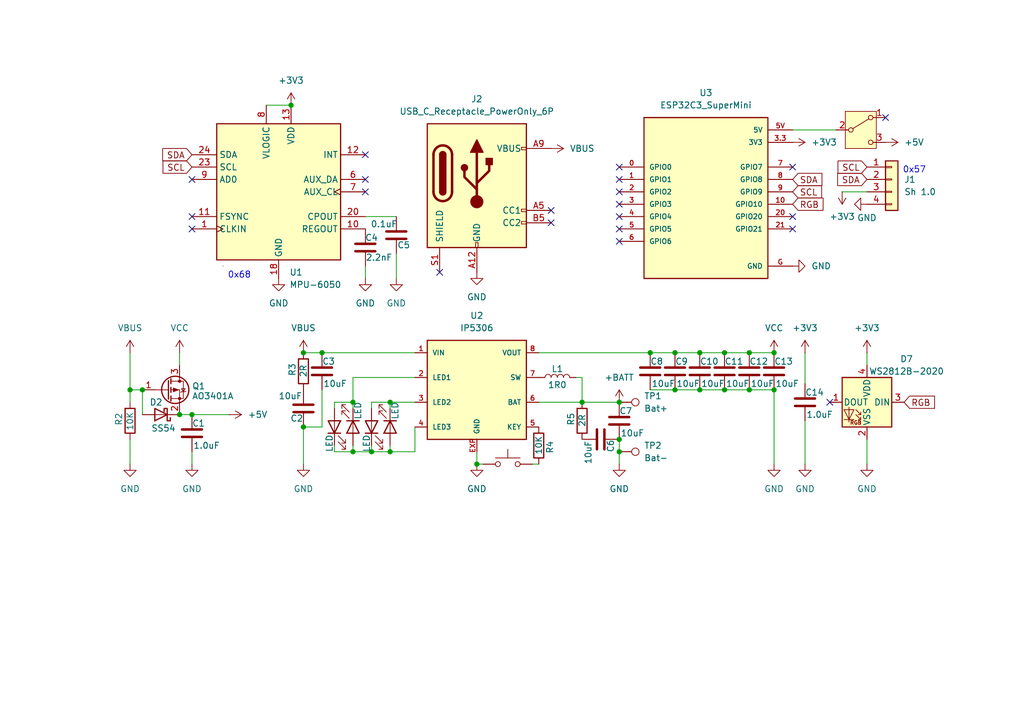
<source format=kicad_sch>
(kicad_sch (version 20231120) (generator "eeschema") (generator_version "8.0")
  (paper "A5")
  (lib_symbols
    (symbol "Connector:TestPoint" (pin_numbers hide) (pin_names (offset 0.762) hide)
      (property "Reference" "TP" (at 0 6.858 0))
      (property "Value" "TestPoint" (at 0 5.08 0))
      (symbol "TestPoint_0_1"
        (circle (center 0 3.302) (radius 0.762))
      )
      (symbol "TestPoint_1_1"
        (pin passive line (at 0 0 90) (length 2.54) (name "1") (number "1"))
      )
    )
    (symbol "Connector:USB_C_Receptacle_PowerOnly_6P" (pin_names (offset 1.016))
      (property "Reference" "J" (at 0 16.51 0))
      (property "Value" "USB_C_Receptacle_PowerOnly_6P" (at 0 13.97 0))
      (symbol "USB_C_Receptacle_PowerOnly_6P_0_0"
        (rectangle (start -0.254 -12.7) (end 0.254 -11.684))
        (rectangle (start 10.16 -7.366) (end 9.144 -7.874))
        (rectangle (start 10.16 -4.826) (end 9.144 -5.334))
        (rectangle (start 10.16 7.874) (end 9.144 7.366))
      )
      (symbol "USB_C_Receptacle_PowerOnly_6P_0_1"
        (rectangle (start -10.16 12.7) (end 10.16 -12.7) (stroke (width 0.254)) (fill (type background)))
        (arc (start -8.89 -1.27) (mid -6.985 -3.1667) (end -5.08 -1.27) (stroke (width 0.508)))
        (arc (start -7.62 -1.27) (mid -6.985 -1.9023) (end -6.35 -1.27) (stroke (width 0.254)))
        (arc (start -7.62 -1.27) (mid -6.985 -1.9023) (end -6.35 -1.27) (stroke (width 0.254)) (fill (type outline)))
        (rectangle (start -7.62 -1.27) (end -6.35 6.35) (stroke (width 0.254)) (fill (type outline)))
        (arc (start -6.35 6.35) (mid -6.985 6.9823) (end -7.62 6.35) (stroke (width 0.254)))
        (arc (start -6.35 6.35) (mid -6.985 6.9823) (end -7.62 6.35) (stroke (width 0.254)) (fill (type outline)))
        (arc (start -5.08 6.35) (mid -6.985 8.2467) (end -8.89 6.35) (stroke (width 0.508)))
        (circle (center -2.54 3.683) (radius 0.635) (stroke (width 0.254)) (fill (type outline)))
        (circle (center 0 -3.302) (radius 1.27) (fill (type outline)))
        (polyline (pts (xy -8.89 -1.27) (xy -8.89 6.35)) (stroke (width 0.508)))
        (polyline (pts (xy -5.08 6.35) (xy -5.08 -1.27)) (stroke (width 0.508)))
        (polyline (pts (xy 0 -3.302) (xy 0 6.858)) (stroke (width 0.508)))
        (polyline (pts (xy 0 -0.762) (xy -2.54 1.778) (xy -2.54 3.048)) (stroke (width 0.508)))
        (polyline (pts (xy 0 0.508) (xy 2.54 3.048) (xy 2.54 4.318)) (stroke (width 0.508)))
        (polyline (pts (xy -1.27 6.858) (xy 0 9.398) (xy 1.27 6.858) (xy -1.27 6.858)) (stroke (width 0.254)) (fill (type outline)))
        (rectangle (start 1.905 4.318) (end 3.175 5.588) (stroke (width 0.254)) (fill (type outline)))
      )
      (symbol "USB_C_Receptacle_PowerOnly_6P_1_1"
        (pin passive line (at 0 -17.78 90) (length 5.08) (name "GND") (number "A12"))
        (pin bidirectional line (at 15.24 -5.08 180) (length 5.08) (name "CC1") (number "A5"))
        (pin passive line (at 15.24 7.62 180) (length 5.08) (name "VBUS") (number "A9"))
        (pin passive line (at 0 -17.78 90) (length 5.08) hide (name "GND") (number "B12"))
        (pin bidirectional line (at 15.24 -7.62 180) (length 5.08) (name "CC2") (number "B5"))
        (pin passive line (at 15.24 7.62 180) (length 5.08) hide (name "VBUS") (number "B9"))
        (pin passive line (at -7.62 -17.78 90) (length 5.08) (name "SHIELD") (number "S1"))
      )
    )
    (symbol "Connector_Generic:Conn_01x04" (pin_names (offset 1.016) hide)
      (property "Reference" "J" (at 0 5.08 0))
      (property "Value" "Conn_01x04" (at 0 -7.62 0))
      (symbol "Conn_01x04_1_1"
        (rectangle (start -1.27 -4.953) (end 0 -5.207) (stroke (width 0.1524)))
        (rectangle (start -1.27 -2.413) (end 0 -2.667) (stroke (width 0.1524)))
        (rectangle (start -1.27 0.127) (end 0 -0.127) (stroke (width 0.1524)))
        (rectangle (start -1.27 2.667) (end 0 2.413) (stroke (width 0.1524)))
        (rectangle (start -1.27 3.81) (end 1.27 -6.35) (stroke (width 0.254)) (fill (type background)))
        (pin passive line (at -5.08 2.54 0) (length 3.81) (name "Pin_1") (number "1"))
        (pin passive line (at -5.08 0 0) (length 3.81) (name "Pin_2") (number "2"))
        (pin passive line (at -5.08 -2.54 0) (length 3.81) (name "Pin_3") (number "3"))
        (pin passive line (at -5.08 -5.08 0) (length 3.81) (name "Pin_4") (number "4"))
      )
    )
    (symbol "Custom:ESP32C3_SuperMini" (pin_names (offset 1.016))
      (property "Reference" "U" (at -12.7 16.002 0))
      (property "Value" "ESP32C3_SuperMini" (at -9.652 -20.32 0))
      (symbol "ESP32C3_SuperMini_0_0"
        (rectangle (start -12.7 -17.78) (end 12.7 15.24) (stroke (width 0.254)) (fill (type background)))
        (pin bidirectional line (at -17.78 5.08 0) (length 5.08) (name "GPIO0") (number "0"))
        (pin bidirectional line (at -17.78 2.54 0) (length 5.08) (name "GPIO1") (number "1"))
        (pin bidirectional line (at 17.78 -2.54 180) (length 5.08) (name "GPIO10") (number "10"))
        (pin bidirectional line (at -17.78 0 0) (length 5.08) (name "GPIO2") (number "2"))
        (pin bidirectional line (at 17.78 -5.08 180) (length 5.08) (name "GPIO20") (number "20"))
        (pin bidirectional line (at 17.78 -7.62 180) (length 5.08) (name "GPIO21") (number "21"))
        (pin bidirectional line (at -17.78 -2.54 0) (length 5.08) (name "GPIO3") (number "3"))
        (pin power_in line (at 17.78 10.16 180) (length 5.08) (name "3V3") (number "3.3"))
        (pin bidirectional line (at -17.78 -5.08 0) (length 5.08) (name "GPIO4") (number "4"))
        (pin bidirectional line (at -17.78 -7.62 0) (length 5.08) (name "GPIO5") (number "5"))
        (pin power_in line (at 17.78 12.7 180) (length 5.08) (name "5V") (number "5V"))
        (pin bidirectional line (at -17.78 -10.16 0) (length 5.08) (name "GPIO6") (number "6"))
        (pin bidirectional line (at 17.78 5.08 180) (length 5.08) (name "GPIO7") (number "7"))
        (pin bidirectional line (at 17.78 2.54 180) (length 5.08) (name "GPIO8") (number "8"))
        (pin bidirectional line (at 17.78 0 180) (length 5.08) (name "GPIO9") (number "9"))
        (pin power_in line (at 17.78 -15.24 180) (length 5.08) (name "GND") (number "G"))
      )
    )
    (symbol "Custom:IP5306" (pin_names (offset 1.016))
      (property "Reference" "U" (at -10.16 10.922 0))
      (property "Value" "IP5306" (at 2.54 -12.7 0))
      (symbol "IP5306_0_0"
        (rectangle (start -10.16 -10.16) (end 10.16 10.16) (stroke (width 0.254)) (fill (type background)))
        (pin bidirectional line (at -12.7 7.62 0) (length 2.54) (name "VIN") (number "1"))
        (pin bidirectional line (at -12.7 2.54 0) (length 2.54) (name "LED1") (number "2"))
        (pin bidirectional line (at -12.7 -2.54 0) (length 2.54) (name "LED2") (number "3"))
        (pin bidirectional line (at -12.7 -7.62 0) (length 2.54) (name "LED3") (number "4"))
        (pin bidirectional line (at 12.7 -7.62 180) (length 2.54) (name "KEY") (number "5"))
        (pin bidirectional line (at 12.7 -2.54 180) (length 2.54) (name "BAT") (number "6"))
        (pin bidirectional line (at 12.7 2.54 180) (length 2.54) (name "SW") (number "7"))
        (pin bidirectional line (at 12.7 7.62 180) (length 2.54) (name "VOUT") (number "8"))
        (pin bidirectional line (at 0 -12.7 90) (length 2.54) (name "GND") (number "EXP"))
      )
    )
    (symbol "Device:C" (pin_numbers hide) (pin_names (offset 0.254))
      (property "Reference" "C" (at 0.635 2.54 0))
      (property "Value" "C" (at 0.635 -2.54 0))
      (symbol "C_0_1"
        (polyline (pts (xy -2.032 -0.762) (xy 2.032 -0.762)) (stroke (width 0.508)))
        (polyline (pts (xy -2.032 0.762) (xy 2.032 0.762)) (stroke (width 0.508)))
      )
      (symbol "C_1_1"
        (pin passive line (at 0 3.81 270) (length 2.794) (name "~") (number "1"))
        (pin passive line (at 0 -3.81 90) (length 2.794) (name "~") (number "2"))
      )
    )
    (symbol "Device:L" (pin_numbers hide) (pin_names (offset 1.016) hide)
      (property "Reference" "L" (at -1.27 0 90))
      (property "Value" "L" (at 1.905 0 90))
      (symbol "L_0_1"
        (arc (start 0 -2.54) (mid 0.6323 -1.905) (end 0 -1.27))
        (arc (start 0 -1.27) (mid 0.6323 -0.635) (end 0 0))
        (arc (start 0 0) (mid 0.6323 0.635) (end 0 1.27))
        (arc (start 0 1.27) (mid 0.6323 1.905) (end 0 2.54))
      )
      (symbol "L_1_1"
        (pin passive line (at 0 3.81 270) (length 1.27) (name "1") (number "1"))
        (pin passive line (at 0 -3.81 90) (length 1.27) (name "2") (number "2"))
      )
    )
    (symbol "Device:LED" (pin_numbers hide) (pin_names (offset 1.016) hide)
      (property "Reference" "D" (at 0 2.54 0))
      (property "Value" "LED" (at 0 -2.54 0))
      (symbol "LED_0_1"
        (polyline (pts (xy -1.27 -1.27) (xy -1.27 1.27)) (stroke (width 0.254)))
        (polyline (pts (xy -1.27 0) (xy 1.27 0)))
        (polyline (pts (xy 1.27 -1.27) (xy 1.27 1.27) (xy -1.27 0) (xy 1.27 -1.27)) (stroke (width 0.254)))
        (polyline (pts (xy -3.048 -0.762) (xy -4.572 -2.286) (xy -3.81 -2.286) (xy -4.572 -2.286) (xy -4.572 -1.524)))
        (polyline (pts (xy -1.778 -0.762) (xy -3.302 -2.286) (xy -2.54 -2.286) (xy -3.302 -2.286) (xy -3.302 -1.524)))
      )
      (symbol "LED_1_1"
        (pin passive line (at -3.81 0 0) (length 2.54) (name "K") (number "1"))
        (pin passive line (at 3.81 0 180) (length 2.54) (name "A") (number "2"))
      )
    )
    (symbol "Device:R" (pin_numbers hide) (pin_names (offset 0))
      (property "Reference" "R" (at 2.032 0 90))
      (property "Value" "R" (at 0 0 90))
      (symbol "R_0_1"
        (rectangle (start -1.016 -2.54) (end 1.016 2.54) (stroke (width 0.254)))
      )
      (symbol "R_1_1"
        (pin passive line (at 0 3.81 270) (length 1.27) (name "~") (number "1"))
        (pin passive line (at 0 -3.81 90) (length 1.27) (name "~") (number "2"))
      )
    )
    (symbol "Diode:SS34" (pin_numbers hide) (pin_names (offset 1.016) hide)
      (property "Reference" "D" (at 0 2.54 0))
      (property "Value" "SS34" (at 0 -2.54 0))
      (symbol "SS34_0_1"
        (polyline (pts (xy 1.27 0) (xy -1.27 0)))
        (polyline (pts (xy 1.27 1.27) (xy 1.27 -1.27) (xy -1.27 0) (xy 1.27 1.27)) (stroke (width 0.254)))
        (polyline (pts (xy -1.905 0.635) (xy -1.905 1.27) (xy -1.27 1.27) (xy -1.27 -1.27) (xy -0.635 -1.27) (xy -0.635 -0.635)) (stroke (width 0.254)))
      )
      (symbol "SS34_1_1"
        (pin passive line (at -3.81 0 0) (length 2.54) (name "K") (number "1"))
        (pin passive line (at 3.81 0 180) (length 2.54) (name "A") (number "2"))
      )
    )
    (symbol "LED:WS2812B-2020" (pin_names (offset 0.254))
      (property "Reference" "D" (at 5.08 5.715 0))
      (property "Value" "WS2812B-2020" (at 1.27 -5.715 0))
      (symbol "WS2812B-2020_0_0"
        (text "RGB" (at 2.286 -4.191 0) (effects (font (size 0.762 0.762))))
      )
      (symbol "WS2812B-2020_0_1"
        (polyline (pts (xy 1.27 -3.556) (xy 1.778 -3.556)))
        (polyline (pts (xy 1.27 -2.54) (xy 1.778 -2.54)))
        (polyline (pts (xy 4.699 -3.556) (xy 2.667 -3.556)))
        (polyline (pts (xy 2.286 -2.54) (xy 1.27 -3.556) (xy 1.27 -3.048)))
        (polyline (pts (xy 2.286 -1.524) (xy 1.27 -2.54) (xy 1.27 -2.032)))
        (polyline (pts (xy 3.683 -1.016) (xy 3.683 -3.556) (xy 3.683 -4.064)))
        (polyline (pts (xy 4.699 -1.524) (xy 2.667 -1.524) (xy 3.683 -3.556) (xy 4.699 -1.524)))
        (rectangle (start 5.08 5.08) (end -5.08 -5.08) (stroke (width 0.254)) (fill (type background)))
      )
      (symbol "WS2812B-2020_1_1"
        (pin output line (at 7.62 0 180) (length 2.54) (name "DOUT") (number "1"))
        (pin power_in line (at 0 -7.62 90) (length 2.54) (name "VSS") (number "2"))
        (pin input line (at -7.62 0 0) (length 2.54) (name "DIN") (number "3"))
        (pin power_in line (at 0 7.62 270) (length 2.54) (name "VDD") (number "4"))
      )
    )
    (symbol "Sensor_Motion:MPU-6050"
      (property "Reference" "U" (at -11.43 13.97 0))
      (property "Value" "MPU-6050" (at 7.62 -15.24 0))
      (symbol "MPU-6050_0_0"
        (text "" (at 12.7 -2.54 0) (effects (font (size 1.27 1.27))))
      )
      (symbol "MPU-6050_0_1"
        (rectangle (start -12.7 13.97) (end 12.7 -13.97) (stroke (width 0.254)) (fill (type background)))
      )
      (symbol "MPU-6050_1_1"
        (pin input clock (at -17.78 -7.62 0) (length 5.08) (name "CLKIN") (number "1"))
        (pin passive line (at 17.78 -7.62 180) (length 5.08) (name "REGOUT") (number "10"))
        (pin input line (at -17.78 -5.08 0) (length 5.08) (name "FSYNC") (number "11"))
        (pin output line (at 17.78 7.62 180) (length 5.08) (name "INT") (number "12"))
        (pin power_in line (at 2.54 17.78 270) (length 3.81) (name "VDD") (number "13"))
        (pin no_connect line (at -12.7 -10.16 0) (length 2.54) hide (name "NC") (number "14"))
        (pin no_connect line (at 12.7 12.7 180) (length 2.54) hide (name "NC") (number "15"))
        (pin no_connect line (at 12.7 10.16 180) (length 2.54) hide (name "NC") (number "16"))
        (pin no_connect line (at 12.7 5.08 180) (length 2.54) hide (name "NC") (number "17"))
        (pin power_in line (at 0 -17.78 90) (length 3.81) (name "GND") (number "18"))
        (pin no_connect line (at 12.7 -10.16 180) (length 2.54) hide (name "RESV") (number "19"))
        (pin no_connect line (at -12.7 12.7 0) (length 2.54) hide (name "NC") (number "2"))
        (pin passive line (at 17.78 -5.08 180) (length 5.08) (name "CPOUT") (number "20"))
        (pin no_connect line (at 12.7 -2.54 180) (length 2.54) hide (name "RESV") (number "21"))
        (pin no_connect line (at 12.7 -12.7 180) (length 2.54) hide (name "RESV") (number "22"))
        (pin input line (at -17.78 5.08 0) (length 5.08) (name "SCL") (number "23"))
        (pin bidirectional line (at -17.78 7.62 0) (length 5.08) (name "SDA") (number "24"))
        (pin no_connect line (at -12.7 10.16 0) (length 2.54) hide (name "NC") (number "3"))
        (pin no_connect line (at -12.7 0 0) (length 2.54) hide (name "NC") (number "4"))
        (pin no_connect line (at -12.7 -2.54 0) (length 2.54) hide (name "NC") (number "5"))
        (pin bidirectional line (at 17.78 2.54 180) (length 5.08) (name "AUX_DA") (number "6"))
        (pin output clock (at 17.78 0 180) (length 5.08) (name "AUX_CL") (number "7"))
        (pin power_in line (at -2.54 17.78 270) (length 3.81) (name "VLOGIC") (number "8"))
        (pin input line (at -17.78 2.54 0) (length 5.08) (name "AD0") (number "9"))
      )
    )
    (symbol "Switch:SW_Push" (pin_numbers hide) (pin_names (offset 1.016) hide)
      (property "Reference" "SW" (at 1.27 2.54 0))
      (property "Value" "SW_Push" (at 0 -1.524 0))
      (symbol "SW_Push_0_1"
        (circle (center -2.032 0) (radius 0.508))
        (polyline (pts (xy 0 1.27) (xy 0 3.048)))
        (polyline (pts (xy 2.54 1.27) (xy -2.54 1.27)))
        (circle (center 2.032 0) (radius 0.508))
        (pin passive line (at -5.08 0 0) (length 2.54) (name "1") (number "1"))
        (pin passive line (at 5.08 0 180) (length 2.54) (name "2") (number "2"))
      )
    )
    (symbol "Switch:SW_SPDT" (pin_names (offset 0) hide)
      (property "Reference" "SW" (at 0 5.08 0))
      (property "Value" "SW_SPDT" (at 0 -5.08 0))
      (symbol "SW_SPDT_0_1"
        (circle (center -2.032 0) (radius 0.4572))
        (polyline (pts (xy -1.651 0.254) (xy 1.651 2.286)))
        (circle (center 2.032 -2.54) (radius 0.4572))
        (circle (center 2.032 2.54) (radius 0.4572))
      )
      (symbol "SW_SPDT_1_1"
        (rectangle (start -3.175 3.81) (end 3.175 -3.81) (fill (type background)))
        (pin passive line (at 5.08 2.54 180) (length 2.54) (name "A") (number "1"))
        (pin passive line (at -5.08 0 0) (length 2.54) (name "B") (number "2"))
        (pin passive line (at 5.08 -2.54 180) (length 2.54) (name "C") (number "3"))
      )
    )
    (symbol "Transistor_FET:AO3401A" (pin_names hide)
      (property "Reference" "Q" (at 5.08 1.905 0))
      (property "Value" "AO3401A" (at 5.08 0 0))
      (symbol "AO3401A_0_1"
        (polyline (pts (xy 0.254 0) (xy -2.54 0)))
        (polyline (pts (xy 0.254 1.905) (xy 0.254 -1.905)) (stroke (width 0.254)))
        (polyline (pts (xy 0.762 -1.27) (xy 0.762 -2.286)) (stroke (width 0.254)))
        (polyline (pts (xy 0.762 0.508) (xy 0.762 -0.508)) (stroke (width 0.254)))
        (polyline (pts (xy 0.762 2.286) (xy 0.762 1.27)) (stroke (width 0.254)))
        (polyline (pts (xy 2.54 2.54) (xy 2.54 1.778)))
        (polyline (pts (xy 2.54 -2.54) (xy 2.54 0) (xy 0.762 0)))
        (polyline (pts (xy 0.762 1.778) (xy 3.302 1.778) (xy 3.302 -1.778) (xy 0.762 -1.778)))
        (polyline (pts (xy 2.286 0) (xy 1.27 0.381) (xy 1.27 -0.381) (xy 2.286 0)) (fill (type outline)))
        (polyline (pts (xy 2.794 -0.508) (xy 2.921 -0.381) (xy 3.683 -0.381) (xy 3.81 -0.254)))
        (polyline (pts (xy 3.302 -0.381) (xy 2.921 0.254) (xy 3.683 0.254) (xy 3.302 -0.381)))
        (circle (center 1.651 0) (radius 2.794) (stroke (width 0.254)))
        (circle (center 2.54 -1.778) (radius 0.254) (fill (type outline)))
        (circle (center 2.54 1.778) (radius 0.254) (fill (type outline)))
      )
      (symbol "AO3401A_1_1"
        (pin input line (at -5.08 0 0) (length 2.54) (name "G") (number "1"))
        (pin passive line (at 2.54 -5.08 90) (length 2.54) (name "S") (number "2"))
        (pin passive line (at 2.54 5.08 270) (length 2.54) (name "D") (number "3"))
      )
    )
    (symbol "power:+3V3" (power) (pin_numbers hide) (pin_names (offset 0) hide)
      (property "Value" "+3V3" (at 0 3.556 0))
      (symbol "+3V3_0_1"
        (polyline (pts (xy -0.762 1.27) (xy 0 2.54)))
        (polyline (pts (xy 0 0) (xy 0 2.54)))
        (polyline (pts (xy 0 2.54) (xy 0.762 1.27)))
      )
      (symbol "+3V3_1_1"
        (pin power_in line (at 0 0 90) (length 0) (name "~") (number "1"))
      )
    )
    (symbol "power:+5V" (power) (pin_numbers hide) (pin_names (offset 0) hide)
      (property "Value" "+5V" (at 0 3.556 0))
      (symbol "+5V_0_1"
        (polyline (pts (xy -0.762 1.27) (xy 0 2.54)))
        (polyline (pts (xy 0 0) (xy 0 2.54)))
        (polyline (pts (xy 0 2.54) (xy 0.762 1.27)))
      )
      (symbol "+5V_1_1"
        (pin power_in line (at 0 0 90) (length 0) (name "~") (number "1"))
      )
    )
    (symbol "power:+BATT" (power) (pin_numbers hide) (pin_names (offset 0) hide)
      (property "Value" "+BATT" (at 0 3.556 0))
      (symbol "+BATT_0_1"
        (polyline (pts (xy -0.762 1.27) (xy 0 2.54)))
        (polyline (pts (xy 0 0) (xy 0 2.54)))
        (polyline (pts (xy 0 2.54) (xy 0.762 1.27)))
      )
      (symbol "+BATT_1_1"
        (pin power_in line (at 0 0 90) (length 0) (name "~") (number "1"))
      )
    )
    (symbol "power:GND" (power) (pin_numbers hide) (pin_names (offset 0) hide)
      (property "Value" "GND" (at 0 -3.81 0))
      (symbol "GND_0_1"
        (polyline (pts (xy 0 0) (xy 0 -1.27) (xy 1.27 -1.27) (xy 0 -2.54) (xy -1.27 -1.27) (xy 0 -1.27)))
      )
      (symbol "GND_1_1"
        (pin power_in line (at 0 0 270) (length 0) (name "~") (number "1"))
      )
    )
    (symbol "power:VBUS" (power) (pin_numbers hide) (pin_names (offset 0) hide)
      (property "Value" "VBUS" (at 0 3.556 0))
      (symbol "VBUS_0_1"
        (polyline (pts (xy -0.762 1.27) (xy 0 2.54)))
        (polyline (pts (xy 0 0) (xy 0 2.54)))
        (polyline (pts (xy 0 2.54) (xy 0.762 1.27)))
      )
      (symbol "VBUS_1_1"
        (pin power_in line (at 0 0 90) (length 0) (name "~") (number "1"))
      )
    )
    (symbol "power:VCC" (power) (pin_numbers hide) (pin_names (offset 0) hide)
      (property "Value" "VCC" (at 0 3.556 0))
      (symbol "VCC_0_1"
        (polyline (pts (xy -0.762 1.27) (xy 0 2.54)))
        (polyline (pts (xy 0 0) (xy 0 2.54)))
        (polyline (pts (xy 0 2.54) (xy 0.762 1.27)))
      )
      (symbol "VCC_1_1"
        (pin power_in line (at 0 0 90) (length 0) (name "~") (number "1"))
      )
    )
  )
  (junction (at 76.2 92.71))
  (junction (at 127 92.71))
  (junction (at 66.04 72.39))
  (junction (at 153.67 80.01))
  (junction (at 158.75 80.01))
  (junction (at 119.38 82.55))
  (junction (at 36.83 85.09))
  (junction (at 72.39 82.55))
  (junction (at 158.75 72.39))
  (junction (at 39.37 85.09))
  (junction (at 80.01 92.71))
  (junction (at 148.59 80.01))
  (junction (at 59.69 21.59))
  (junction (at 143.51 72.39))
  (junction (at 62.23 72.39))
  (junction (at 127 90.17))
  (junction (at 72.39 92.71))
  (junction (at 138.43 72.39))
  (junction (at 133.35 72.39))
  (junction (at 80.01 82.55))
  (junction (at 127 82.55))
  (junction (at 138.43 80.01))
  (junction (at 143.51 80.01))
  (junction (at 153.67 72.39))
  (junction (at 97.79 95.25))
  (junction (at 26.67 80.01))
  (junction (at 148.59 72.39))
  (junction (at 62.23 87.63))
  (junction (at 29.21 80.01))
  (no_connect (at 127 46.99))
  (no_connect (at 162.56 46.99))
  (no_connect (at 39.37 44.45))
  (no_connect (at 74.93 31.75))
  (no_connect (at 74.93 36.83))
  (no_connect (at 181.61 24.13))
  (no_connect (at 127 34.29))
  (no_connect (at 127 36.83))
  (no_connect (at 39.37 36.83))
  (no_connect (at 162.56 44.45))
  (no_connect (at 162.56 34.29))
  (no_connect (at 90.17 55.88))
  (no_connect (at 113.03 43.18))
  (no_connect (at 170.18 82.55))
  (no_connect (at 127 44.45))
  (no_connect (at 127 49.53))
  (no_connect (at 127 39.37))
  (no_connect (at 113.03 45.72))
  (no_connect (at 127 41.91))
  (no_connect (at 39.37 46.99))
  (no_connect (at 74.93 39.37))
  (wire (pts (xy 68.58 92.71) (xy 72.39 92.71)))
  (wire (pts (xy 148.59 80.01) (xy 153.67 80.01)))
  (wire (pts (xy 26.67 72.39) (xy 26.67 80.01)))
  (wire (pts (xy 76.2 83.82) (xy 76.2 82.55)))
  (wire (pts (xy 76.2 82.55) (xy 80.01 82.55)))
  (wire (pts (xy 29.21 80.01) (xy 29.21 85.09)))
  (wire (pts (xy 162.56 26.67) (xy 171.45 26.67)))
  (wire (pts (xy 119.38 82.55) (xy 127 82.55)))
  (wire (pts (xy 76.2 92.71) (xy 72.39 92.71)))
  (wire (pts (xy 85.09 77.47) (xy 72.39 77.47)))
  (wire (pts (xy 138.43 80.01) (xy 143.51 80.01)))
  (wire (pts (xy 165.1 86.36) (xy 165.1 95.25)))
  (wire (pts (xy 80.01 92.71) (xy 76.2 92.71)))
  (wire (pts (xy 85.09 92.71) (xy 80.01 92.71)))
  (wire (pts (xy 36.83 72.39) (xy 36.83 74.93)))
  (wire (pts (xy 26.67 82.55) (xy 26.67 80.01)))
  (wire (pts (xy 158.75 95.25) (xy 158.75 80.01)))
  (wire (pts (xy 26.67 95.25) (xy 26.67 90.17)))
  (wire (pts (xy 153.67 80.01) (xy 158.75 80.01)))
  (wire (pts (xy 66.04 72.39) (xy 85.09 72.39)))
  (wire (pts (xy 118.11 77.47) (xy 119.38 77.47)))
  (wire (pts (xy 80.01 82.55) (xy 85.09 82.55)))
  (wire (pts (xy 127 95.25) (xy 127 92.71)))
  (wire (pts (xy 72.39 82.55) (xy 72.39 83.82)))
  (wire (pts (xy 133.35 72.39) (xy 138.43 72.39)))
  (wire (pts (xy 97.79 95.25) (xy 97.79 92.71)))
  (wire (pts (xy 97.79 95.25) (xy 99.06 95.25)))
  (wire (pts (xy 80.01 91.44) (xy 80.01 92.71)))
  (wire (pts (xy 110.49 72.39) (xy 133.35 72.39)))
  (wire (pts (xy 62.23 95.25) (xy 62.23 87.63)))
  (wire (pts (xy 54.61 21.59) (xy 59.69 21.59)))
  (wire (pts (xy 68.58 91.44) (xy 68.58 92.71)))
  (wire (pts (xy 177.8 90.17) (xy 177.8 95.25)))
  (wire (pts (xy 68.58 83.82) (xy 68.58 82.55)))
  (wire (pts (xy 72.39 77.47) (xy 72.39 82.55)))
  (wire (pts (xy 36.83 85.09) (xy 39.37 85.09)))
  (wire (pts (xy 68.58 82.55) (xy 72.39 82.55)))
  (wire (pts (xy 143.51 72.39) (xy 148.59 72.39)))
  (wire (pts (xy 165.1 72.39) (xy 165.1 78.74)))
  (wire (pts (xy 172.72 39.37) (xy 177.8 39.37)))
  (wire (pts (xy 26.67 80.01) (xy 29.21 80.01)))
  (wire (pts (xy 148.59 72.39) (xy 153.67 72.39)))
  (wire (pts (xy 39.37 95.25) (xy 39.37 92.71)))
  (wire (pts (xy 81.28 44.45) (xy 74.93 44.45)))
  (wire (pts (xy 85.09 87.63) (xy 85.09 92.71)))
  (wire (pts (xy 80.01 82.55) (xy 80.01 83.82)))
  (wire (pts (xy 81.28 57.15) (xy 81.28 52.07)))
  (wire (pts (xy 127 92.71) (xy 127 90.17)))
  (wire (pts (xy 143.51 80.01) (xy 148.59 80.01)))
  (wire (pts (xy 177.8 72.39) (xy 177.8 74.93)))
  (wire (pts (xy 76.2 91.44) (xy 76.2 92.71)))
  (wire (pts (xy 66.04 87.63) (xy 62.23 87.63)))
  (wire (pts (xy 110.49 82.55) (xy 119.38 82.55)))
  (wire (pts (xy 133.35 80.01) (xy 138.43 80.01)))
  (wire (pts (xy 138.43 72.39) (xy 143.51 72.39)))
  (wire (pts (xy 109.22 95.25) (xy 110.49 95.25)))
  (wire (pts (xy 153.67 72.39) (xy 158.75 72.39)))
  (wire (pts (xy 72.39 92.71) (xy 72.39 91.44)))
  (wire (pts (xy 62.23 72.39) (xy 66.04 72.39)))
  (wire (pts (xy 119.38 77.47) (xy 119.38 82.55)))
  (wire (pts (xy 46.99 85.09) (xy 39.37 85.09)))
  (wire (pts (xy 74.93 57.15) (xy 74.93 54.61)))
  (wire (pts (xy 66.04 80.01) (xy 66.04 87.63)))
  (text_box "0x57" (at 184.15 33.02 0) (size 0 0) (effects (font (size 1.27 1.27)) (justify left top)))
  (text_box "0x68" (at 45.72 54.61 0) (size 0 0) (effects (font (size 1.27 1.27)) (justify left top)))
  (global_label "SDA" (shape input) (at 177.8 36.83 180) (property "Intersheetrefs" "${INTERSHEET_REFS}" (effects (hide yes))))
  (global_label "SCL" (shape input) (at 39.37 34.29 180) (property "Intersheetrefs" "${INTERSHEET_REFS}" (effects (hide yes))))
  (global_label "SCL" (shape input) (at 177.8 34.29 180) (property "Intersheetrefs" "${INTERSHEET_REFS}" (effects (hide yes))))
  (global_label "SDA" (shape input) (at 162.56 36.83 0) (property "Intersheetrefs" "${INTERSHEET_REFS}" (effects (hide yes))))
  (global_label "SDA" (shape input) (at 39.37 31.75 180) (property "Intersheetrefs" "${INTERSHEET_REFS}" (effects (hide yes))))
  (global_label "RGB" (shape input) (at 185.42 82.55 0) (property "Intersheetrefs" "${INTERSHEET_REFS}" (effects (hide yes))))
  (global_label "RGB" (shape input) (at 162.56 41.91 0) (property "Intersheetrefs" "${INTERSHEET_REFS}" (effects (hide yes))))
  (global_label "SCL" (shape input) (at 162.56 39.37 0) (property "Intersheetrefs" "${INTERSHEET_REFS}" (effects (hide yes))))
  (symbol (lib_id "Device:C") (at 143.51 76.2 0) (unit 1)
    (property "Reference" "C10" (at 143.51 74.168 0) (effects (justify left)))
    (property "Value" "10uF" (at 143.764 78.74 0) (effects (justify left)))
    (property "Footprint" "Capacitor_SMD:C_0402_1005Metric" (effects (hide yes)))
    (property "Description" "Unpolarized capacitor" (effects (hide yes)))
  )
  (symbol (lib_id "Device:LED") (at 72.39 87.63 270) (unit 1)
    (property "Reference" "D4" (effects (hide yes)))
    (property "Value" "LED" (at 73.406 86.106 0) (effects (justify right)))
    (property "Footprint" "LED_SMD:LED_0402_1005Metric" (effects (hide yes)))
    (property "Description" "Light emitting diode" (effects (hide yes)))
  )
  (symbol (lib_id "Sensor_Motion:MPU-6050") (at 57.15 39.37 0) (unit 1)
    (property "Reference" "U1" (at 59.3441 55.88 0) (effects (justify left)))
    (property "Value" "MPU-6050" (at 59.3441 58.42 0) (effects (justify left)))
    (property "Footprint" "Sensor_Motion:InvenSense_QFN-24_4x4mm_P0.5mm_NoMask" (effects (hide yes)))
    (property "Datasheet" "https://invensense.tdk.com/wp-content/uploads/2015/02/MPU-6000-Datasheet1.pdf" (effects (hide yes)))
    (property "Description" "InvenSense 6-Axis Motion Sensor, Gyroscope, Accelerometer, I2C" (effects (hide yes)))
  )
  (symbol (lib_id "power:VCC") (at 158.75 72.39 0) (unit 1)
    (property "Reference" "#PWR019" (effects (hide yes)))
    (property "Value" "VCC" (at 158.75 67.31 0))
    (property "Description" "Power symbol creates a global label with name \"VCC\"" (effects (hide yes)))
  )
  (symbol (lib_id "power:GND") (at 62.23 95.25 0) (unit 1)
    (property "Reference" "#PWR011" (effects (hide yes)))
    (property "Value" "GND" (at 62.23 100.33 0))
    (property "Description" "Power symbol creates a global label with name \"GND\" , ground" (effects (hide yes)))
  )
  (symbol (lib_id "Device:LED") (at 76.2 87.63 90) (unit 1)
    (property "Reference" "D5" (effects (hide yes)))
    (property "Value" "LED" (at 75.184 89.154 0) (effects (justify right)))
    (property "Footprint" "LED_SMD:LED_0402_1005Metric" (effects (hide yes)))
    (property "Description" "Light emitting diode" (effects (hide yes)))
  )
  (symbol (lib_id "Device:C") (at 62.23 83.82 180) (unit 1)
    (property "Reference" "C2" (at 62.23 85.852 0) (effects (justify left)))
    (property "Value" "10uF" (at 61.976 81.28 0) (effects (justify left)))
    (property "Footprint" "Capacitor_SMD:C_0402_1005Metric" (effects (hide yes)))
    (property "Description" "Unpolarized capacitor" (effects (hide yes)))
  )
  (symbol (lib_id "Device:LED") (at 80.01 87.63 270) (unit 1)
    (property "Reference" "D6" (effects (hide yes)))
    (property "Value" "LED" (at 81.026 86.106 0) (effects (justify right)))
    (property "Footprint" "LED_SMD:LED_0402_1005Metric" (effects (hide yes)))
    (property "Description" "Light emitting diode" (effects (hide yes)))
  )
  (symbol (lib_id "Connector_Generic:Conn_01x04") (at 182.88 36.83 0) (unit 1)
    (property "Reference" "J1" (at 185.42 36.8299 0) (effects (justify left)))
    (property "Value" "Sh 1.0" (at 185.42 39.3699 0) (effects (justify left)))
    (property "Footprint" "Connector_JST:JST_SH_BM04B-SRSS-TB_1x04-1MP_P1.00mm_Vertical" (effects (hide yes)))
    (property "Description" "Generic connector, single row, 01x04, script generated (kicad-library-utils/schlib/autogen/connector/)" (effects (hide yes)))
  )
  (symbol (lib_id "power:GND") (at 127 95.25 0) (unit 1)
    (property "Reference" "#PWR018" (effects (hide yes)))
    (property "Value" "GND" (at 127 100.33 0))
    (property "Description" "Power symbol creates a global label with name \"GND\" , ground" (effects (hide yes)))
  )
  (symbol (lib_id "Device:C") (at 39.37 88.9 0) (unit 1)
    (property "Reference" "C1" (at 39.37 86.868 0) (effects (justify left)))
    (property "Value" "1.0uF" (at 39.624 91.44 0) (effects (justify left)))
    (property "Footprint" "Capacitor_SMD:C_0402_1005Metric" (effects (hide yes)))
    (property "Description" "Unpolarized capacitor" (effects (hide yes)))
  )
  (symbol (lib_id "Switch:SW_SPDT") (at 176.53 26.67 0) (unit 1)
    (property "Reference" "SW2" (effects (hide yes)))
    (property "Value" "SW_SPDT" (effects (hide yes)))
    (property "Footprint" "Button_Switch_SMD:SW_SPDT_PCM12" (effects (hide yes)))
    (property "Description" "Switch, single pole double throw" (effects (hide yes)))
  )
  (symbol (lib_id "Device:LED") (at 68.58 87.63 90) (unit 1)
    (property "Reference" "D3" (effects (hide yes)))
    (property "Value" "LED" (at 67.564 89.154 0) (effects (justify right)))
    (property "Footprint" "LED_SMD:LED_0402_1005Metric" (effects (hide yes)))
    (property "Description" "Light emitting diode" (effects (hide yes)))
  )
  (symbol (lib_id "power:GND") (at 165.1 95.25 0) (unit 1)
    (property "Reference" "#PWR025" (effects (hide yes)))
    (property "Value" "GND" (at 165.1 100.33 0))
    (property "Description" "Power symbol creates a global label with name \"GND\" , ground" (effects (hide yes)))
  )
  (symbol (lib_id "power:VBUS") (at 113.03 30.48 270) (unit 1)
    (property "Reference" "#PWR01" (effects (hide yes)))
    (property "Value" "VBUS" (at 116.84 30.4799 90) (effects (justify left)))
    (property "Description" "Power symbol creates a global label with name \"VBUS\"" (effects (hide yes)))
  )
  (symbol (lib_id "power:+3V3") (at 165.1 72.39 0) (mirror y) (unit 1)
    (property "Reference" "#PWR024" (effects (hide yes)))
    (property "Value" "+3V3" (at 165.1 67.31 0))
    (property "Description" "Power symbol creates a global label with name \"+3V3\"" (effects (hide yes)))
  )
  (symbol (lib_id "power:VBUS") (at 62.23 72.39 0) (unit 1)
    (property "Reference" "#PWR010" (effects (hide yes)))
    (property "Value" "VBUS" (at 62.23 67.31 0))
    (property "Description" "Power symbol creates a global label with name \"VBUS\"" (effects (hide yes)))
  )
  (symbol (lib_id "power:+3V3") (at 162.56 29.21 270) (unit 1)
    (property "Reference" "#PWR022" (effects (hide yes)))
    (property "Value" "+3V3" (at 166.37 29.2099 90) (effects (justify left)))
    (property "Description" "Power symbol creates a global label with name \"+3V3\"" (effects (hide yes)))
  )
  (symbol (lib_id "Device:C") (at 123.19 90.17 270) (unit 1)
    (property "Reference" "C6" (at 125.222 90.17 0) (effects (justify left)))
    (property "Value" "10uF" (at 120.65 90.424 0) (effects (justify left)))
    (property "Footprint" "Capacitor_SMD:C_0402_1005Metric" (effects (hide yes)))
    (property "Description" "Unpolarized capacitor" (effects (hide yes)))
  )
  (symbol (lib_id "Device:C") (at 148.59 76.2 0) (unit 1)
    (property "Reference" "C11" (at 148.59 74.168 0) (effects (justify left)))
    (property "Value" "10uF" (at 148.844 78.74 0) (effects (justify left)))
    (property "Footprint" "Capacitor_SMD:C_0402_1005Metric" (effects (hide yes)))
    (property "Description" "Unpolarized capacitor" (effects (hide yes)))
  )
  (symbol (lib_id "Device:C") (at 74.93 50.8 180) (unit 1)
    (property "Reference" "C4" (at 76.2 48.768 0))
    (property "Value" "2.2nF" (at 77.724 52.832 0))
    (property "Footprint" "Capacitor_SMD:C_0603_1608Metric" (effects (hide yes)))
    (property "Description" "Unpolarized capacitor" (effects (hide yes)))
  )
  (symbol (lib_id "Connector:USB_C_Receptacle_PowerOnly_6P") (at 97.79 38.1 0) (unit 1)
    (property "Reference" "J2" (at 97.79 20.32 0))
    (property "Value" "USB_C_Receptacle_PowerOnly_6P" (at 97.79 22.86 0))
    (property "Footprint" "Connector_USB:USB_C_Receptacle_GCT_USB4135-GF-A_6P_TopMnt_Horizontal" (effects (hide yes)))
    (property "Datasheet" "https://www.usb.org/sites/default/files/documents/usb_type-c.zip" (effects (hide yes)))
    (property "Description" "USB Power-Only 6P Type-C Receptacle connector" (effects (hide yes)))
  )
  (symbol (lib_id "power:+5V") (at 181.61 29.21 270) (unit 1)
    (property "Reference" "#PWR021" (effects (hide yes)))
    (property "Value" "+5V" (at 185.42 29.2099 90) (effects (justify left)))
    (property "Description" "Power symbol creates a global label with name \"+5V\"" (effects (hide yes)))
  )
  (symbol (lib_id "power:+5V") (at 46.99 85.09 270) (unit 1)
    (property "Reference" "#PWR07" (effects (hide yes)))
    (property "Value" "+5V" (at 50.8 85.0899 90) (effects (justify left)))
    (property "Description" "Power symbol creates a global label with name \"+5V\"" (effects (hide yes)))
  )
  (symbol (lib_id "power:GND") (at 39.37 95.25 0) (unit 1)
    (property "Reference" "#PWR06" (effects (hide yes)))
    (property "Value" "GND" (at 39.37 100.33 0))
    (property "Description" "Power symbol creates a global label with name \"GND\" , ground" (effects (hide yes)))
  )
  (symbol (lib_id "Device:C") (at 138.43 76.2 0) (unit 1)
    (property "Reference" "C9" (at 138.43 74.168 0) (effects (justify left)))
    (property "Value" "10uF" (at 138.684 78.74 0) (effects (justify left)))
    (property "Footprint" "Capacitor_SMD:C_0402_1005Metric" (effects (hide yes)))
    (property "Description" "Unpolarized capacitor" (effects (hide yes)))
  )
  (symbol (lib_id "Connector:TestPoint") (at 127 92.71 270) (unit 1)
    (property "Reference" "TP2" (at 132.08 91.4399 90) (effects (justify left)))
    (property "Value" "Bat-" (at 132.08 93.9799 90) (effects (justify left)))
    (property "Footprint" "TestPoint:TestPoint_Pad_D1.5mm" (effects (hide yes)))
    (property "Description" "test point" (effects (hide yes)))
  )
  (symbol (lib_id "power:VCC") (at 36.83 72.39 0) (unit 1)
    (property "Reference" "#PWR05" (effects (hide yes)))
    (property "Value" "VCC" (at 36.83 67.31 0))
    (property "Description" "Power symbol creates a global label with name \"VCC\"" (effects (hide yes)))
  )
  (symbol (lib_id "Diode:SS34") (at 33.02 85.09 180) (unit 1)
    (property "Reference" "D2" (at 32.004 82.55 0))
    (property "Value" "SS54" (at 33.528 87.884 0))
    (property "Footprint" "Diode_SMD:D_SMA" (effects (hide yes)))
    (property "Datasheet" "https://www.vishay.com/docs/88751/ss32.pdf" (effects (hide yes)))
    (property "Description" "40V 3A Schottky Diode, SMA" (effects (hide yes)))
  )
  (symbol (lib_id "power:+3V3") (at 59.69 21.59 0) (unit 1)
    (property "Reference" "#PWR09" (effects (hide yes)))
    (property "Value" "+3V3" (at 59.69 16.51 0))
    (property "Description" "Power symbol creates a global label with name \"+3V3\"" (effects (hide yes)))
  )
  (symbol (lib_id "Device:R") (at 110.49 91.44 180) (unit 1)
    (property "Reference" "R4" (at 112.776 90.424 90) (effects (justify left)))
    (property "Value" "10K" (at 110.49 89.408 90) (effects (justify left)))
    (property "Footprint" "Resistor_SMD:R_0402_1005Metric" (effects (hide yes)))
    (property "Description" "Resistor" (effects (hide yes)))
  )
  (symbol (lib_id "Device:C") (at 158.75 76.2 0) (unit 1)
    (property "Reference" "C13" (at 158.75 74.168 0) (effects (justify left)))
    (property "Value" "10uF" (at 159.004 78.74 0) (effects (justify left)))
    (property "Footprint" "Capacitor_SMD:C_0402_1005Metric" (effects (hide yes)))
    (property "Description" "Unpolarized capacitor" (effects (hide yes)))
  )
  (symbol (lib_id "power:GND") (at 97.79 95.25 0) (unit 1)
    (property "Reference" "#PWR015" (effects (hide yes)))
    (property "Value" "GND" (at 97.79 100.33 0))
    (property "Description" "Power symbol creates a global label with name \"GND\" , ground" (effects (hide yes)))
  )
  (symbol (lib_id "power:GND") (at 26.67 95.25 0) (unit 1)
    (property "Reference" "#PWR04" (effects (hide yes)))
    (property "Value" "GND" (at 26.67 100.33 0))
    (property "Description" "Power symbol creates a global label with name \"GND\" , ground" (effects (hide yes)))
  )
  (symbol (lib_id "power:GND") (at 74.93 57.15 0) (unit 1)
    (property "Reference" "#PWR012" (effects (hide yes)))
    (property "Value" "GND" (at 74.93 62.23 0))
    (property "Description" "Power symbol creates a global label with name \"GND\" , ground" (effects (hide yes)))
  )
  (symbol (lib_id "Device:C") (at 133.35 76.2 0) (unit 1)
    (property "Reference" "C8" (at 133.35 74.168 0) (effects (justify left)))
    (property "Value" "10uF" (at 133.604 78.74 0) (effects (justify left)))
    (property "Footprint" "Capacitor_SMD:C_0402_1005Metric" (effects (hide yes)))
    (property "Description" "Unpolarized capacitor" (effects (hide yes)))
  )
  (symbol (lib_id "power:GND") (at 162.56 54.61 90) (unit 1)
    (property "Reference" "#PWR023" (effects (hide yes)))
    (property "Value" "GND" (at 166.37 54.6099 90) (effects (justify right)))
    (property "Description" "Power symbol creates a global label with name \"GND\" , ground" (effects (hide yes)))
  )
  (symbol (lib_id "Switch:SW_Push") (at 104.14 95.25 0) (mirror y) (unit 1)
    (property "Reference" "SW1" (effects (hide yes)))
    (property "Value" "SW_Push" (effects (hide yes)))
    (property "Footprint" "Button_Switch_SMD:SW_SPST_CK_KMS2xxGP" (effects (hide yes)))
    (property "Description" "Push button switch, generic, two pins" (effects (hide yes)))
  )
  (symbol (lib_id "Device:L") (at 114.3 77.47 90) (unit 1)
    (property "Reference" "L1" (at 114.3 75.692 90))
    (property "Value" "1R0" (at 114.3 78.994 90))
    (property "Footprint" "Inductor_SMD:L_6.3x6.3_H3" (effects (hide yes)))
    (property "Description" "Inductor" (effects (hide yes)))
  )
  (symbol (lib_id "Device:C") (at 153.67 76.2 0) (unit 1)
    (property "Reference" "C12" (at 153.67 74.168 0) (effects (justify left)))
    (property "Value" "10uF" (at 153.924 78.74 0) (effects (justify left)))
    (property "Footprint" "Capacitor_SMD:C_0402_1005Metric" (effects (hide yes)))
    (property "Description" "Unpolarized capacitor" (effects (hide yes)))
  )
  (symbol (lib_id "Custom:IP5306") (at 97.79 80.01 0) (unit 1)
    (property "Reference" "U2" (at 97.79 64.77 0))
    (property "Value" "IP5306" (at 97.79 67.31 0))
    (property "Footprint" "Custom:IP5306" (effects (hide yes)))
    (property "MF" "NXP USA Inc." (effects (hide yes)))
    (property "Description_1" "\n                        \n                            RC (Pi) EMI Filter 2nd Order Low Pass 2 Channel R = 2.2kOhms, C = 1700pF  8-UFBGA, WLCSP\n                        \n" (effects (hide yes)))
    (property "Package" "UFBGA-8 NXP Semiconductors" (effects (hide yes)))
    (property "Price" "None" (effects (hide yes)))
    (property "SnapEDA_Link" "https://www.snapeda.com/parts/IP5306/NXP+Semiconductors/view-part/?ref=snap" (effects (hide yes)))
    (property "MP" "IP5306" (effects (hide yes)))
    (property "Availability" "Not in stock" (effects (hide yes)))
    (property "Check_prices" "https://www.snapeda.com/parts/IP5306/NXP+Semiconductors/view-part/?ref=eda" (effects (hide yes)))
  )
  (symbol (lib_id "power:GND") (at 177.8 95.25 0) (mirror y) (unit 1)
    (property "Reference" "#PWR029" (effects (hide yes)))
    (property "Value" "GND" (at 177.8 100.33 0))
    (property "Description" "Power symbol creates a global label with name \"GND\" , ground" (effects (hide yes)))
  )
  (symbol (lib_id "power:GND") (at 97.79 55.88 0) (unit 1)
    (property "Reference" "#PWR014" (effects (hide yes)))
    (property "Value" "GND" (at 97.79 60.96 0))
    (property "Description" "Power symbol creates a global label with name \"GND\" , ground" (effects (hide yes)))
  )
  (symbol (lib_id "power:+BATT") (at 127 82.55 0) (unit 1)
    (property "Reference" "#PWR017" (effects (hide yes)))
    (property "Value" "+BATT" (at 127 77.47 0))
    (property "Description" "Power symbol creates a global label with name \"+BATT\"" (effects (hide yes)))
  )
  (symbol (lib_id "power:GND") (at 177.8 41.91 270) (unit 1)
    (property "Reference" "#PWR027" (effects (hide yes)))
    (property "Value" "GND" (at 177.8 44.704 90))
    (property "Description" "Power symbol creates a global label with name \"GND\" , ground" (effects (hide yes)))
  )
  (symbol (lib_id "Device:R") (at 26.67 86.36 0) (unit 1)
    (property "Reference" "R2" (at 24.384 87.376 90) (effects (justify left)))
    (property "Value" "10K" (at 26.67 88.392 90) (effects (justify left)))
    (property "Footprint" "Resistor_SMD:R_0402_1005Metric" (effects (hide yes)))
    (property "Description" "Resistor" (effects (hide yes)))
  )
  (symbol (lib_id "Device:C") (at 81.28 48.26 0) (unit 1)
    (property "Reference" "C5" (at 82.804 50.292 0))
    (property "Value" "0.1uF" (at 78.74 45.974 0))
    (property "Footprint" "Capacitor_SMD:C_0402_1005Metric" (effects (hide yes)))
    (property "Description" "Unpolarized capacitor" (effects (hide yes)))
  )
  (symbol (lib_id "LED:WS2812B-2020") (at 177.8 82.55 0) (mirror y) (unit 1)
    (property "Reference" "D7" (at 185.928 73.66 0))
    (property "Value" "WS2812B-2020" (at 185.928 76.2 0))
    (property "Footprint" "LED_SMD:LED_WS2812B-2020_PLCC4_2.0x2.0mm" (effects (hide yes)))
    (property "Datasheet" "https://cdn-shop.adafruit.com/product-files/4684/4684_WS2812B-2020_V1.3_EN.pdf" (effects (hide yes)))
    (property "Description" "RGB LED with integrated controller, 2.0 x 2.0 mm, 12 mA" (effects (hide yes)))
  )
  (symbol (lib_id "power:VBUS") (at 26.67 72.39 0) (unit 1)
    (property "Reference" "#PWR03" (effects (hide yes)))
    (property "Value" "VBUS" (at 26.67 67.31 0))
    (property "Description" "Power symbol creates a global label with name \"VBUS\"" (effects (hide yes)))
  )
  (symbol (lib_id "Connector:TestPoint") (at 127 82.55 270) (unit 1)
    (property "Reference" "TP1" (at 132.08 81.2799 90) (effects (justify left)))
    (property "Value" "Bat+" (at 132.08 83.8199 90) (effects (justify left)))
    (property "Footprint" "TestPoint:TestPoint_Pad_D1.5mm" (effects (hide yes)))
    (property "Description" "test point" (effects (hide yes)))
  )
  (symbol (lib_id "Custom:ESP32C3_SuperMini") (at 144.78 39.37 0) (unit 1)
    (property "Reference" "U3" (at 144.78 19.05 0))
    (property "Value" "ESP32C3_SuperMini" (at 144.78 21.59 0))
    (property "Footprint" "Custom:ESP32C3_Supermini_SMD" (effects (hide yes)))
    (property "MF" "Espressif Systems" (effects (hide yes)))
    (property "MAXIMUM_PACKAGE_HEIGHT" "4.2mm" (effects (hide yes)))
    (property "Package" "None" (effects (hide yes)))
    (property "Price" "None" (effects (hide yes)))
    (property "Check_prices" "https://www.snapeda.com/parts/ESP32-C3%20SuperMini_SMD/Espressif+Systems/view-part/?ref=eda" (effects (hide yes)))
    (property "STANDARD" "Manufacturer Recommendations" (effects (hide yes)))
    (property "SnapEDA_Link" "https://www.snapeda.com/parts/ESP32-C3%20SuperMini_SMD/Espressif+Systems/view-part/?ref=snap" (effects (hide yes)))
    (property "MP" "ESP32-C3 SuperMini_SMD" (effects (hide yes)))
    (property "Description_1" "\n                        \n                            Super tiny ESP32-C3 board\n                        \n" (effects (hide yes)))
    (property "Availability" "Not in stock" (effects (hide yes)))
    (property "MANUFACTURER" "Espressif" (effects (hide yes)))
  )
  (symbol (lib_id "Device:R") (at 119.38 86.36 0) (unit 1)
    (property "Reference" "R5" (at 117.094 87.376 90) (effects (justify left)))
    (property "Value" "2R" (at 119.38 87.63 90) (effects (justify left)))
    (property "Footprint" "Resistor_SMD:R_0402_1005Metric" (effects (hide yes)))
    (property "Description" "Resistor" (effects (hide yes)))
  )
  (symbol (lib_id "power:+3V3") (at 172.72 39.37 0) (mirror x) (unit 1)
    (property "Reference" "#PWR02" (effects (hide yes)))
    (property "Value" "+3V3" (at 172.72 44.45 0))
    (property "Description" "Power symbol creates a global label with name \"+3V3\"" (effects (hide yes)))
  )
  (symbol (lib_id "power:GND") (at 158.75 95.25 0) (unit 1)
    (property "Reference" "#PWR020" (effects (hide yes)))
    (property "Value" "GND" (at 158.75 100.33 0))
    (property "Description" "Power symbol creates a global label with name \"GND\" , ground" (effects (hide yes)))
  )
  (symbol (lib_id "power:GND") (at 57.15 57.15 0) (unit 1)
    (property "Reference" "#PWR08" (effects (hide yes)))
    (property "Value" "GND" (at 57.15 62.23 0))
    (property "Description" "Power symbol creates a global label with name \"GND\" , ground" (effects (hide yes)))
  )
  (symbol (lib_id "Transistor_FET:AO3401A") (at 34.29 80.01 0) (unit 1)
    (property "Reference" "Q1" (at 39.37 79.248 0) (effects (justify left)))
    (property "Value" "AO3401A" (at 39.37 81.28 0) (effects (justify left)))
    (property "Footprint" "Package_TO_SOT_SMD:SOT-23" (effects (hide yes)))
    (property "Datasheet" "http://www.aosmd.com/pdfs/datasheet/AO3401A.pdf" (effects (hide yes)))
    (property "Description" "-4.0A Id, -30V Vds, P-Channel MOSFET, SOT-23" (effects (hide yes)))
  )
  (symbol (lib_id "power:+3V3") (at 177.8 72.39 0) (unit 1)
    (property "Reference" "#PWR028" (effects (hide yes)))
    (property "Value" "+3V3" (at 177.8 67.31 0))
    (property "Description" "Power symbol creates a global label with name \"+3V3\"" (effects (hide yes)))
  )
  (symbol (lib_id "Device:R") (at 62.23 76.2 0) (unit 1)
    (property "Reference" "R3" (at 59.944 77.216 90) (effects (justify left)))
    (property "Value" "2R" (at 62.23 77.47 90) (effects (justify left)))
    (property "Footprint" "Resistor_SMD:R_0402_1005Metric" (effects (hide yes)))
    (property "Description" "Resistor" (effects (hide yes)))
  )
  (symbol (lib_id "Device:C") (at 66.04 76.2 0) (unit 1)
    (property "Reference" "C3" (at 66.04 74.168 0) (effects (justify left)))
    (property "Value" "10uF" (at 66.294 78.74 0) (effects (justify left)))
    (property "Footprint" "Capacitor_SMD:C_0402_1005Metric" (effects (hide yes)))
    (property "Description" "Unpolarized capacitor" (effects (hide yes)))
  )
  (symbol (lib_id "Device:C") (at 165.1 82.55 0) (unit 1)
    (property "Reference" "C14" (at 165.1 80.518 0) (effects (justify left)))
    (property "Value" "1.0uF" (at 165.354 85.09 0) (effects (justify left)))
    (property "Footprint" "Capacitor_SMD:C_0402_1005Metric" (effects (hide yes)))
    (property "Description" "Unpolarized capacitor" (effects (hide yes)))
  )
  (symbol (lib_id "power:GND") (at 81.28 57.15 0) (unit 1)
    (property "Reference" "#PWR013" (effects (hide yes)))
    (property "Value" "GND" (at 81.28 62.23 0))
    (property "Description" "Power symbol creates a global label with name \"GND\" , ground" (effects (hide yes)))
  )
  (symbol (lib_id "Device:C") (at 127 86.36 0) (unit 1)
    (property "Reference" "C7" (at 127 84.328 0) (effects (justify left)))
    (property "Value" "10uF" (at 127.254 88.9 0) (effects (justify left)))
    (property "Footprint" "Capacitor_SMD:C_0402_1005Metric" (effects (hide yes)))
    (property "Description" "Unpolarized capacitor" (effects (hide yes)))
  )
)
</source>
